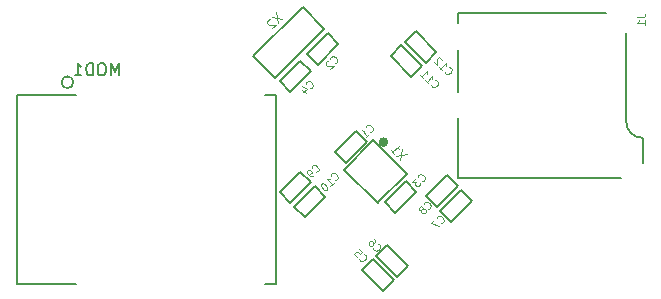
<source format=gbo>
G04 #@! TF.FileFunction,Legend,Bot*
%FSLAX46Y46*%
G04 Gerber Fmt 4.6, Leading zero omitted, Abs format (unit mm)*
G04 Created by KiCad (PCBNEW 4.0.7) date 02/27/18 15:26:36*
%MOMM*%
%LPD*%
G01*
G04 APERTURE LIST*
%ADD10C,0.100000*%
%ADD11C,0.200000*%
%ADD12C,0.150000*%
%ADD13C,0.381000*%
%ADD14C,0.127000*%
%ADD15C,0.097500*%
G04 APERTURE END LIST*
D10*
D11*
X85724264Y-119056497D02*
X83956497Y-120824264D01*
X83956497Y-120824264D02*
X84875736Y-121743503D01*
X84875736Y-121743503D02*
X86643503Y-119975736D01*
X86643503Y-119975736D02*
X85724264Y-119056497D01*
X83324264Y-110756497D02*
X81556497Y-112524264D01*
X81556497Y-112524264D02*
X82475736Y-113443503D01*
X82475736Y-113443503D02*
X84243503Y-111675736D01*
X84243503Y-111675736D02*
X83324264Y-110756497D01*
X89075736Y-125943503D02*
X90843503Y-124175736D01*
X90843503Y-124175736D02*
X89924264Y-123256497D01*
X89924264Y-123256497D02*
X88156497Y-125024264D01*
X88156497Y-125024264D02*
X89075736Y-125943503D01*
X80175736Y-115743503D02*
X81943503Y-113975736D01*
X81943503Y-113975736D02*
X81024264Y-113056497D01*
X81024264Y-113056497D02*
X79256497Y-114824264D01*
X79256497Y-114824264D02*
X80175736Y-115743503D01*
D12*
X108600000Y-116000000D02*
X108600000Y-118200000D01*
X94400000Y-121000000D02*
X94400000Y-123000000D01*
X94400000Y-123000000D02*
X108200000Y-123000000D01*
X110000000Y-120400000D02*
X110000000Y-119600000D01*
X110000000Y-119600000D02*
G75*
G02X108600000Y-118200000I0J1400000D01*
G01*
X110000000Y-121700000D02*
X110000000Y-120400000D01*
X108600000Y-116000000D02*
X108600000Y-110700000D01*
X94400000Y-121000000D02*
X94400000Y-117900000D01*
X94400000Y-112200000D02*
X94400000Y-115700000D01*
X106900000Y-109000000D02*
X94400000Y-109000000D01*
X94400000Y-109000000D02*
X94400000Y-109900000D01*
X61800000Y-114900000D02*
G75*
G03X61800000Y-114900000I-500000J0D01*
G01*
X62000000Y-132000000D02*
X57000000Y-132000000D01*
X57000000Y-132000000D02*
X57000000Y-116000000D01*
X57000000Y-116000000D02*
X62000000Y-116000000D01*
X78000000Y-132000000D02*
X79000000Y-132000000D01*
X79000000Y-132000000D02*
X79000000Y-116000000D01*
X79000000Y-116000000D02*
X78000000Y-116000000D01*
D13*
X88248528Y-119968629D02*
G75*
G03X88248528Y-119968629I-200000J0D01*
G01*
D14*
X87624264Y-125059798D02*
X90028427Y-122655635D01*
X90028427Y-122655635D02*
X87200000Y-119827208D01*
X87200000Y-119827208D02*
X84725126Y-122302082D01*
X84725126Y-122302082D02*
X87553553Y-125130509D01*
X87553553Y-125130509D02*
X87694975Y-124989087D01*
X81146447Y-108615076D02*
X77045227Y-112716295D01*
X77045227Y-112716295D02*
X78883705Y-114554773D01*
X78883705Y-114554773D02*
X83055635Y-110382843D01*
X83055635Y-110382843D02*
X81217157Y-108544365D01*
D11*
X88943503Y-131624264D02*
X87175736Y-129856497D01*
X87175736Y-129856497D02*
X86256497Y-130775736D01*
X86256497Y-130775736D02*
X88024264Y-132543503D01*
X88024264Y-132543503D02*
X88943503Y-131624264D01*
X90143503Y-130424264D02*
X88375736Y-128656497D01*
X88375736Y-128656497D02*
X87456497Y-129575736D01*
X87456497Y-129575736D02*
X89224264Y-131343503D01*
X89224264Y-131343503D02*
X90143503Y-130424264D01*
X94624264Y-124056497D02*
X92856497Y-125824264D01*
X92856497Y-125824264D02*
X93775736Y-126743503D01*
X93775736Y-126743503D02*
X95543503Y-124975736D01*
X95543503Y-124975736D02*
X94624264Y-124056497D01*
X93424264Y-122756497D02*
X91656497Y-124524264D01*
X91656497Y-124524264D02*
X92575736Y-125443503D01*
X92575736Y-125443503D02*
X94343503Y-123675736D01*
X94343503Y-123675736D02*
X93424264Y-122756497D01*
X80175736Y-125143503D02*
X81943503Y-123375736D01*
X81943503Y-123375736D02*
X81024264Y-122456497D01*
X81024264Y-122456497D02*
X79256497Y-124224264D01*
X79256497Y-124224264D02*
X80175736Y-125143503D01*
X81375736Y-126343503D02*
X83143503Y-124575736D01*
X83143503Y-124575736D02*
X82224264Y-123656497D01*
X82224264Y-123656497D02*
X80456497Y-125424264D01*
X80456497Y-125424264D02*
X81375736Y-126343503D01*
X88656497Y-112675736D02*
X90424264Y-114443503D01*
X90424264Y-114443503D02*
X91343503Y-113524264D01*
X91343503Y-113524264D02*
X89575736Y-111756497D01*
X89575736Y-111756497D02*
X88656497Y-112675736D01*
X89856497Y-111475736D02*
X91624264Y-113243503D01*
X91624264Y-113243503D02*
X92543503Y-112324264D01*
X92543503Y-112324264D02*
X90775736Y-110556497D01*
X90775736Y-110556497D02*
X89856497Y-111475736D01*
D15*
X86940754Y-119087546D02*
X86984526Y-119087546D01*
X87072073Y-119043773D01*
X87115847Y-119000000D01*
X87159619Y-118912453D01*
X87159619Y-118824906D01*
X87137733Y-118759247D01*
X87072073Y-118649814D01*
X87006413Y-118584154D01*
X86896980Y-118518494D01*
X86831320Y-118496607D01*
X86743773Y-118496607D01*
X86656227Y-118540381D01*
X86612454Y-118584154D01*
X86568680Y-118671700D01*
X86568680Y-118715473D01*
X86546794Y-119569053D02*
X86809433Y-119306413D01*
X86678114Y-119437733D02*
X86218494Y-118978114D01*
X86327927Y-119000000D01*
X86415474Y-119000000D01*
X86481133Y-118978114D01*
X83940754Y-113287546D02*
X83984526Y-113287546D01*
X84072073Y-113243773D01*
X84115847Y-113200000D01*
X84159619Y-113112453D01*
X84159619Y-113024906D01*
X84137733Y-112959247D01*
X84072073Y-112849814D01*
X84006413Y-112784154D01*
X83896980Y-112718494D01*
X83831320Y-112696607D01*
X83743773Y-112696607D01*
X83656227Y-112740381D01*
X83612454Y-112784154D01*
X83568680Y-112871700D01*
X83568680Y-112915473D01*
X83393587Y-113090567D02*
X83349814Y-113090567D01*
X83284154Y-113112454D01*
X83174721Y-113221887D01*
X83152834Y-113287546D01*
X83152834Y-113331320D01*
X83174721Y-113396979D01*
X83218494Y-113440753D01*
X83306040Y-113484526D01*
X83831320Y-113484526D01*
X83546794Y-113769053D01*
X91340754Y-123287546D02*
X91384526Y-123287546D01*
X91472073Y-123243773D01*
X91515847Y-123200000D01*
X91559619Y-123112453D01*
X91559619Y-123024906D01*
X91537733Y-122959247D01*
X91472073Y-122849814D01*
X91406413Y-122784154D01*
X91296980Y-122718494D01*
X91231320Y-122696607D01*
X91143773Y-122696607D01*
X91056227Y-122740381D01*
X91012454Y-122784154D01*
X90968680Y-122871700D01*
X90968680Y-122915473D01*
X90771701Y-123024907D02*
X90487175Y-123309433D01*
X90815474Y-123331320D01*
X90749814Y-123396980D01*
X90727927Y-123462639D01*
X90727927Y-123506413D01*
X90749814Y-123572073D01*
X90859247Y-123681506D01*
X90924907Y-123703393D01*
X90968680Y-123703392D01*
X91034340Y-123681506D01*
X91165661Y-123550186D01*
X91187546Y-123484526D01*
X91187547Y-123440753D01*
X81840754Y-115387546D02*
X81884526Y-115387546D01*
X81972073Y-115343773D01*
X82015847Y-115300000D01*
X82059619Y-115212453D01*
X82059619Y-115124906D01*
X82037733Y-115059247D01*
X81972073Y-114949814D01*
X81906413Y-114884154D01*
X81796980Y-114818494D01*
X81731320Y-114796607D01*
X81643773Y-114796607D01*
X81556227Y-114840381D01*
X81512454Y-114884154D01*
X81468680Y-114971700D01*
X81468680Y-115015473D01*
X81184154Y-115518866D02*
X81490567Y-115825279D01*
X81118494Y-115234339D02*
X81556227Y-115453207D01*
X81271701Y-115737732D01*
D10*
X109544048Y-109383333D02*
X110008333Y-109383333D01*
X110101190Y-109352381D01*
X110163095Y-109290476D01*
X110194048Y-109197619D01*
X110194048Y-109135714D01*
X110194048Y-110033333D02*
X110194048Y-109661905D01*
X110194048Y-109847619D02*
X109544048Y-109847619D01*
X109636905Y-109785714D01*
X109698810Y-109723809D01*
X109729762Y-109661905D01*
D12*
X65633333Y-114302381D02*
X65633333Y-113302381D01*
X65299999Y-114016667D01*
X64966666Y-113302381D01*
X64966666Y-114302381D01*
X64300000Y-113302381D02*
X64109523Y-113302381D01*
X64014285Y-113350000D01*
X63919047Y-113445238D01*
X63871428Y-113635714D01*
X63871428Y-113969048D01*
X63919047Y-114159524D01*
X64014285Y-114254762D01*
X64109523Y-114302381D01*
X64300000Y-114302381D01*
X64395238Y-114254762D01*
X64490476Y-114159524D01*
X64538095Y-113969048D01*
X64538095Y-113635714D01*
X64490476Y-113445238D01*
X64395238Y-113350000D01*
X64300000Y-113302381D01*
X63442857Y-114302381D02*
X63442857Y-113302381D01*
X63204762Y-113302381D01*
X63061904Y-113350000D01*
X62966666Y-113445238D01*
X62919047Y-113540476D01*
X62871428Y-113730952D01*
X62871428Y-113873810D01*
X62919047Y-114064286D01*
X62966666Y-114159524D01*
X63061904Y-114254762D01*
X63204762Y-114302381D01*
X63442857Y-114302381D01*
X61919047Y-114302381D02*
X62490476Y-114302381D01*
X62204762Y-114302381D02*
X62204762Y-113302381D01*
X62300000Y-113445238D01*
X62395238Y-113540476D01*
X62490476Y-113588095D01*
D10*
X90019734Y-120938896D02*
X89135850Y-121115673D01*
X89666180Y-120585343D02*
X89489404Y-121469226D01*
X88656027Y-120635850D02*
X88959073Y-120938896D01*
X88807550Y-120787373D02*
X89337880Y-120257043D01*
X89312627Y-120383313D01*
X89312627Y-120484327D01*
X89337881Y-120560089D01*
X78938896Y-108980266D02*
X79115673Y-109864150D01*
X78585343Y-109333820D02*
X79469226Y-109510596D01*
X78459073Y-109561104D02*
X78408566Y-109561104D01*
X78332805Y-109586358D01*
X78206536Y-109712627D01*
X78181282Y-109788388D01*
X78181282Y-109838896D01*
X78206535Y-109914658D01*
X78257042Y-109965165D01*
X78358058Y-110015672D01*
X78964150Y-110015673D01*
X78635850Y-110343973D01*
D15*
X86012454Y-129840754D02*
X86012454Y-129884526D01*
X86056227Y-129972073D01*
X86100000Y-130015847D01*
X86187547Y-130059619D01*
X86275094Y-130059619D01*
X86340753Y-130037733D01*
X86450186Y-129972073D01*
X86515846Y-129906413D01*
X86581506Y-129796980D01*
X86603393Y-129731320D01*
X86603393Y-129643773D01*
X86559619Y-129556227D01*
X86515846Y-129512454D01*
X86428300Y-129468680D01*
X86384527Y-129468680D01*
X86012453Y-129009061D02*
X86231320Y-129227927D01*
X86034340Y-129468680D01*
X86034340Y-129424907D01*
X86012453Y-129359247D01*
X85903020Y-129249814D01*
X85837361Y-129227927D01*
X85793587Y-129227927D01*
X85727927Y-129249814D01*
X85618494Y-129359247D01*
X85596607Y-129424907D01*
X85596608Y-129468680D01*
X85618494Y-129534340D01*
X85727927Y-129643773D01*
X85793587Y-129665660D01*
X85837360Y-129665660D01*
X87212454Y-128940754D02*
X87212454Y-128984526D01*
X87256227Y-129072073D01*
X87300000Y-129115847D01*
X87387547Y-129159619D01*
X87475094Y-129159619D01*
X87540753Y-129137733D01*
X87650186Y-129072073D01*
X87715846Y-129006413D01*
X87781506Y-128896980D01*
X87803393Y-128831320D01*
X87803393Y-128743773D01*
X87759619Y-128656227D01*
X87715846Y-128612454D01*
X87628300Y-128568680D01*
X87584527Y-128568680D01*
X87234340Y-128130948D02*
X87321886Y-128218494D01*
X87343773Y-128284154D01*
X87343773Y-128327927D01*
X87321886Y-128437361D01*
X87256227Y-128546793D01*
X87081133Y-128721886D01*
X87015474Y-128743773D01*
X86971701Y-128743773D01*
X86906040Y-128721887D01*
X86818494Y-128634340D01*
X86796608Y-128568680D01*
X86796607Y-128524907D01*
X86818494Y-128459247D01*
X86927927Y-128349814D01*
X86993587Y-128327927D01*
X87037361Y-128327927D01*
X87103020Y-128349814D01*
X87190567Y-128437361D01*
X87212454Y-128503021D01*
X87212454Y-128546793D01*
X87190567Y-128612453D01*
X92940754Y-126787546D02*
X92984526Y-126787546D01*
X93072073Y-126743773D01*
X93115847Y-126700000D01*
X93159619Y-126612453D01*
X93159619Y-126524906D01*
X93137733Y-126459247D01*
X93072073Y-126349814D01*
X93006413Y-126284154D01*
X92896980Y-126218494D01*
X92831320Y-126196607D01*
X92743773Y-126196607D01*
X92656227Y-126240381D01*
X92612454Y-126284154D01*
X92568680Y-126371700D01*
X92568680Y-126415473D01*
X92371701Y-126524907D02*
X92065288Y-126831320D01*
X92721887Y-127093960D01*
X91840754Y-125587546D02*
X91884526Y-125587546D01*
X91972073Y-125543773D01*
X92015847Y-125500000D01*
X92059619Y-125412453D01*
X92059619Y-125324906D01*
X92037733Y-125259247D01*
X91972073Y-125149814D01*
X91906413Y-125084154D01*
X91796980Y-125018494D01*
X91731320Y-124996607D01*
X91643773Y-124996607D01*
X91556227Y-125040381D01*
X91512454Y-125084154D01*
X91468680Y-125171700D01*
X91468680Y-125215473D01*
X91359247Y-125631320D02*
X91381134Y-125565660D01*
X91381133Y-125521886D01*
X91359247Y-125456227D01*
X91337360Y-125434340D01*
X91271700Y-125412453D01*
X91227927Y-125412453D01*
X91162268Y-125434340D01*
X91074721Y-125521887D01*
X91052834Y-125587546D01*
X91052834Y-125631320D01*
X91074721Y-125696979D01*
X91096608Y-125718867D01*
X91162267Y-125740753D01*
X91206041Y-125740753D01*
X91271700Y-125718867D01*
X91359247Y-125631320D01*
X91424907Y-125609433D01*
X91468680Y-125609433D01*
X91534340Y-125631320D01*
X91621886Y-125718867D01*
X91643773Y-125784526D01*
X91643773Y-125828299D01*
X91621887Y-125893960D01*
X91534340Y-125981506D01*
X91468680Y-126003392D01*
X91424907Y-126003393D01*
X91359247Y-125981506D01*
X91271701Y-125893960D01*
X91249814Y-125828300D01*
X91249814Y-125784526D01*
X91271700Y-125718867D01*
X82340754Y-122487546D02*
X82384526Y-122487546D01*
X82472073Y-122443773D01*
X82515847Y-122400000D01*
X82559619Y-122312453D01*
X82559619Y-122224906D01*
X82537733Y-122159247D01*
X82472073Y-122049814D01*
X82406413Y-121984154D01*
X82296980Y-121918494D01*
X82231320Y-121896607D01*
X82143773Y-121896607D01*
X82056227Y-121940381D01*
X82012454Y-121984154D01*
X81968680Y-122071700D01*
X81968680Y-122115473D01*
X82165661Y-122750186D02*
X82078114Y-122837733D01*
X82012453Y-122859619D01*
X81968680Y-122859619D01*
X81859247Y-122837733D01*
X81749814Y-122772073D01*
X81574721Y-122596979D01*
X81552834Y-122531320D01*
X81552834Y-122487546D01*
X81574721Y-122421887D01*
X81662268Y-122334340D01*
X81727927Y-122312453D01*
X81771700Y-122312453D01*
X81837360Y-122334340D01*
X81946793Y-122443773D01*
X81968680Y-122509433D01*
X81968680Y-122553206D01*
X81946794Y-122618867D01*
X81859247Y-122706413D01*
X81793587Y-122728299D01*
X81749814Y-122728300D01*
X81684154Y-122706413D01*
X83959620Y-123168680D02*
X84003393Y-123168680D01*
X84090940Y-123124907D01*
X84134713Y-123081133D01*
X84178486Y-122993587D01*
X84178486Y-122906040D01*
X84156600Y-122840381D01*
X84090939Y-122730947D01*
X84025279Y-122665288D01*
X83915847Y-122599628D01*
X83850187Y-122577741D01*
X83762640Y-122577741D01*
X83675094Y-122621514D01*
X83631320Y-122665288D01*
X83587547Y-122752834D01*
X83587547Y-122796606D01*
X83565661Y-123650186D02*
X83828300Y-123387547D01*
X83696980Y-123518867D02*
X83237361Y-123059247D01*
X83346794Y-123081133D01*
X83434341Y-123081133D01*
X83500000Y-123059247D01*
X82821515Y-123475093D02*
X82777741Y-123518867D01*
X82755854Y-123584526D01*
X82755854Y-123628299D01*
X82777741Y-123693960D01*
X82843401Y-123803393D01*
X82952834Y-123912826D01*
X83062267Y-123978486D01*
X83127927Y-124000372D01*
X83171700Y-124000372D01*
X83237361Y-123978486D01*
X83281134Y-123934712D01*
X83303020Y-123869053D01*
X83303021Y-123825279D01*
X83281133Y-123759619D01*
X83215474Y-123650187D01*
X83106040Y-123540754D01*
X82996607Y-123475093D01*
X82930947Y-123453206D01*
X82887174Y-123453207D01*
X82821515Y-123475093D01*
X92081320Y-115109620D02*
X92081320Y-115153393D01*
X92125093Y-115240940D01*
X92168867Y-115284713D01*
X92256413Y-115328486D01*
X92343960Y-115328486D01*
X92409619Y-115306600D01*
X92519053Y-115240939D01*
X92584712Y-115175279D01*
X92650372Y-115065847D01*
X92672259Y-115000187D01*
X92672259Y-114912640D01*
X92628486Y-114825094D01*
X92584712Y-114781320D01*
X92497166Y-114737547D01*
X92453394Y-114737547D01*
X91599814Y-114715661D02*
X91862453Y-114978300D01*
X91731133Y-114846980D02*
X92190753Y-114387361D01*
X92168867Y-114496794D01*
X92168867Y-114584341D01*
X92190753Y-114650000D01*
X91162081Y-114277927D02*
X91424720Y-114540567D01*
X91293400Y-114409247D02*
X91753020Y-113949628D01*
X91731133Y-114059061D01*
X91731133Y-114146608D01*
X91753020Y-114212267D01*
X93231320Y-114009620D02*
X93231320Y-114053393D01*
X93275093Y-114140940D01*
X93318867Y-114184713D01*
X93406413Y-114228486D01*
X93493960Y-114228486D01*
X93559619Y-114206600D01*
X93669053Y-114140939D01*
X93734712Y-114075279D01*
X93800372Y-113965847D01*
X93822259Y-113900187D01*
X93822259Y-113812640D01*
X93778486Y-113725094D01*
X93734712Y-113681320D01*
X93647166Y-113637547D01*
X93603394Y-113637547D01*
X92749814Y-113615661D02*
X93012453Y-113878300D01*
X92881133Y-113746980D02*
X93340753Y-113287361D01*
X93318867Y-113396794D01*
X93318867Y-113484341D01*
X93340753Y-113550000D01*
X92990567Y-113024720D02*
X92990567Y-112980947D01*
X92968680Y-112915288D01*
X92859246Y-112805854D01*
X92793587Y-112783968D01*
X92749814Y-112783967D01*
X92684154Y-112805854D01*
X92640381Y-112849628D01*
X92596607Y-112937174D01*
X92596607Y-113462454D01*
X92312081Y-113177927D01*
M02*

</source>
